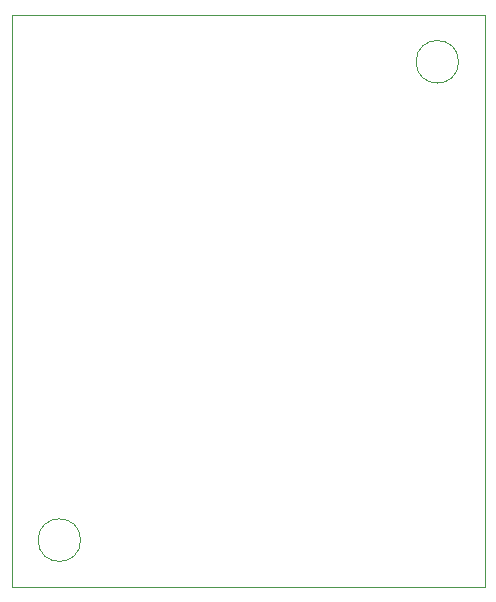
<source format=gbr>
%TF.GenerationSoftware,KiCad,Pcbnew,5.1.6-c6e7f7d~87~ubuntu18.04.1*%
%TF.CreationDate,2021-10-05T16:46:07+13:00*%
%TF.ProjectId,Temp-ctrl pot-ctrl add-on oct4,54656d70-2d63-4747-926c-20706f742d63,rev?*%
%TF.SameCoordinates,Original*%
%TF.FileFunction,Profile,NP*%
%FSLAX46Y46*%
G04 Gerber Fmt 4.6, Leading zero omitted, Abs format (unit mm)*
G04 Created by KiCad (PCBNEW 5.1.6-c6e7f7d~87~ubuntu18.04.1) date 2021-10-05 16:46:07*
%MOMM*%
%LPD*%
G01*
G04 APERTURE LIST*
%TA.AperFunction,Profile*%
%ADD10C,0.050000*%
%TD*%
G04 APERTURE END LIST*
D10*
X192802776Y-58000000D02*
G75*
G03*
X192802776Y-58000000I-1802776J0D01*
G01*
X160802776Y-98500000D02*
G75*
G03*
X160802776Y-98500000I-1802776J0D01*
G01*
X155000000Y-102500000D02*
X155000000Y-91500000D01*
X155500000Y-102500000D02*
X155000000Y-102500000D01*
X195000000Y-102500000D02*
X155500000Y-102500000D01*
X195000000Y-54000000D02*
X195000000Y-102500000D01*
X155000000Y-54000000D02*
X195000000Y-54000000D01*
X155000000Y-91500000D02*
X155000000Y-54000000D01*
M02*

</source>
